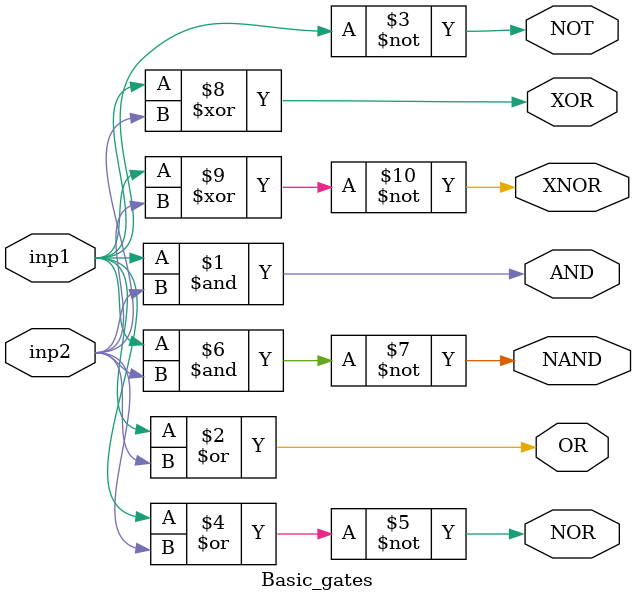
<source format=v>
module Basic_gates(inp1, inp2, AND, OR, NOT, NOR, NAND, XOR, XNOR);
	input inp1, inp2;
	output AND, OR, NOT, NOR, NAND, XOR, XNOR;

	assign AND = inp1 & inp2;
	assign OR = inp1 | inp2;
	assign NOT = ~inp1;
	assign NOR = ~(inp1 | inp2);
	assign NAND = ~(inp1 & inp2);
	assign XOR = inp1 ^ inp2;
	assign XNOR = ~(inp1 ^ inp2);

endmodule
</source>
